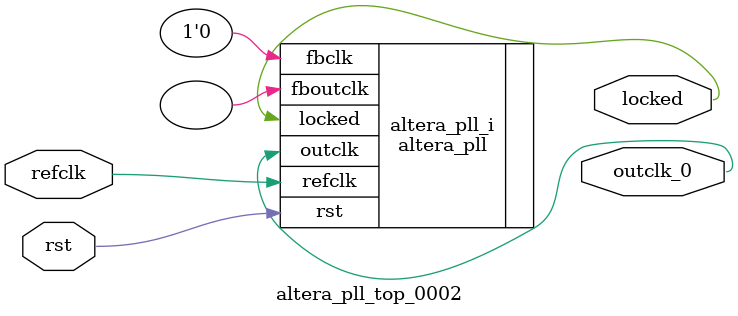
<source format=v>
`timescale 1ns/10ps
module  altera_pll_top_0002(

	// interface 'refclk'
	input wire refclk,

	// interface 'reset'
	input wire rst,

	// interface 'outclk0'
	output wire outclk_0,

	// interface 'locked'
	output wire locked
);

	altera_pll #(
		.fractional_vco_multiplier("false"),
		.reference_clock_frequency("50.0 MHz"),
		.operation_mode("direct"),
		.number_of_clocks(1),
		.output_clock_frequency0("100.000000 MHz"),
		.phase_shift0("0 ps"),
		.duty_cycle0(50),
		.output_clock_frequency1("0 MHz"),
		.phase_shift1("0 ps"),
		.duty_cycle1(50),
		.output_clock_frequency2("0 MHz"),
		.phase_shift2("0 ps"),
		.duty_cycle2(50),
		.output_clock_frequency3("0 MHz"),
		.phase_shift3("0 ps"),
		.duty_cycle3(50),
		.output_clock_frequency4("0 MHz"),
		.phase_shift4("0 ps"),
		.duty_cycle4(50),
		.output_clock_frequency5("0 MHz"),
		.phase_shift5("0 ps"),
		.duty_cycle5(50),
		.output_clock_frequency6("0 MHz"),
		.phase_shift6("0 ps"),
		.duty_cycle6(50),
		.output_clock_frequency7("0 MHz"),
		.phase_shift7("0 ps"),
		.duty_cycle7(50),
		.output_clock_frequency8("0 MHz"),
		.phase_shift8("0 ps"),
		.duty_cycle8(50),
		.output_clock_frequency9("0 MHz"),
		.phase_shift9("0 ps"),
		.duty_cycle9(50),
		.output_clock_frequency10("0 MHz"),
		.phase_shift10("0 ps"),
		.duty_cycle10(50),
		.output_clock_frequency11("0 MHz"),
		.phase_shift11("0 ps"),
		.duty_cycle11(50),
		.output_clock_frequency12("0 MHz"),
		.phase_shift12("0 ps"),
		.duty_cycle12(50),
		.output_clock_frequency13("0 MHz"),
		.phase_shift13("0 ps"),
		.duty_cycle13(50),
		.output_clock_frequency14("0 MHz"),
		.phase_shift14("0 ps"),
		.duty_cycle14(50),
		.output_clock_frequency15("0 MHz"),
		.phase_shift15("0 ps"),
		.duty_cycle15(50),
		.output_clock_frequency16("0 MHz"),
		.phase_shift16("0 ps"),
		.duty_cycle16(50),
		.output_clock_frequency17("0 MHz"),
		.phase_shift17("0 ps"),
		.duty_cycle17(50),
		.pll_type("General"),
		.pll_subtype("General")
	) altera_pll_i (
		.rst	(rst),
		.outclk	({outclk_0}),
		.locked	(locked),
		.fboutclk	( ),
		.fbclk	(1'b0),
		.refclk	(refclk)
	);
endmodule


</source>
